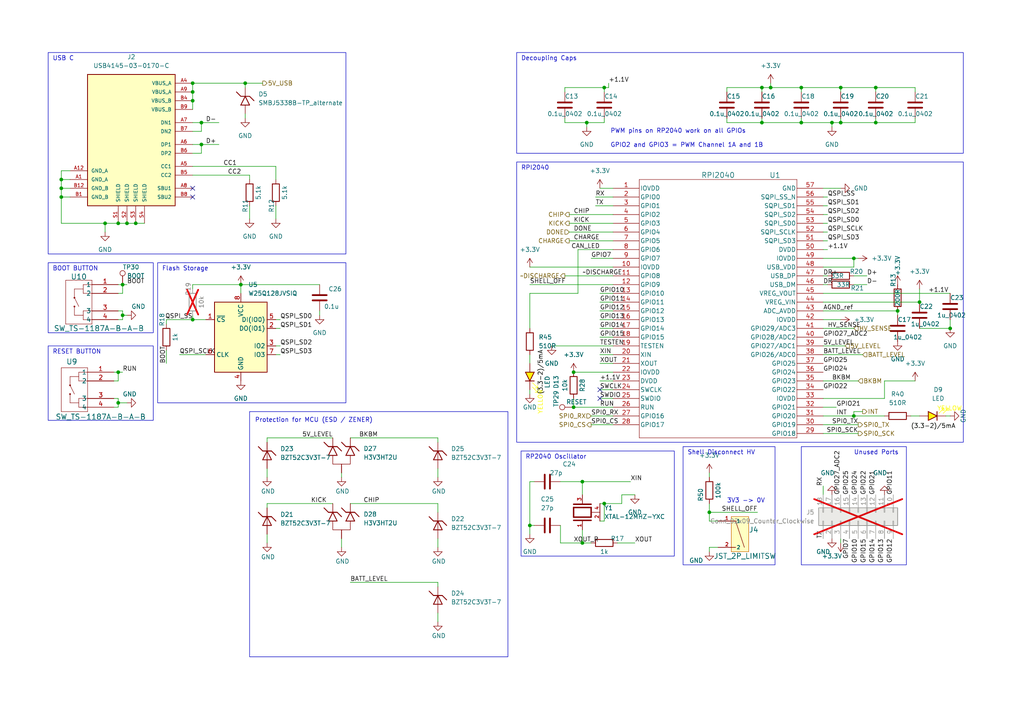
<source format=kicad_sch>
(kicad_sch (version 20250114) (generator "eeschema") (generator_version "9.0")
  (paper "A4")
  (rectangle (start 149.86 46.99) (end 279.4 128.27))
  (rectangle (start 151.13 130.81) (end 195.58 161.29))
  (rectangle (start 13.97 15.24) (end 100.33 73.66))
  (rectangle (start 45.72 76.2) (end 100.33 116.84))
  (rectangle (start 232.41 129.54) (end 262.89 163.83))
  (rectangle (start 198.12 129.54) (end 224.79 163.83))
  (rectangle (start 149.86 15.24) (end 279.4 44.45))
  (rectangle (start 72.39 119.38) (end 147.32 190.5))
  (rectangle (start 13.97 76.2) (end 44.45 96.52))
  (rectangle (start 13.97 100.33) (end 44.45 121.92))
  (text "Unused Ports\n" (at 247.65 132.08 0) (effects (font (size 1.27 1.27)) (justify left bottom)))
  (text "YELLOW" (at 271.78 119.38 0) (effects (font (size 1.27 1.27)) (justify left bottom)))
  (text "BOOT BUTTON\n" (at 15.24 78.74 0) (effects (font (size 1.27 1.27)) (justify left bottom)))
  (text "USB C" (at 15.24 17.78 0) (effects (font (size 1.27 1.27)) (justify left bottom)))
  (text "(3.3-2)/5mA" (at 157.48 101.6 90) (effects (font (size 1.27 1.27)) (justify right bottom)))
  (text "YELLOW" (at 157.48 113.03 90) (effects (font (size 1.27 1.27)) (justify right bottom)))
  (text "Decoupling Caps" (at 151.13 17.78 0) (effects (font (size 1.27 1.27)) (justify left bottom)))
  (text "Flash Storage\n" (at 46.99 78.74 0) (effects (font (size 1.27 1.27)) (justify left bottom)))
  (text "RP2040 Oscillator\n" (at 152.4 133.35 0) (effects (font (size 1.27 1.27)) (justify left bottom)))
  (text "RPI2040" (at 151.13 49.53 0) (effects (font (size 1.27 1.27)) (justify left bottom)))
  (text "PWM pins on RP2040 work on all GPIOs\n\nGPIO2 and GPIO3 = PWM Channel 1A and 1B\n" (at 177.038 42.926 0) (effects (font (size 1.27 1.27)) (justify left bottom)))
  (text "Shell Disconnect HV" (at 199.39 132.08 0) (effects (font (size 1.27 1.27)) (justify left bottom)))
  (text "3V3 -> 0V" (at 210.82 146.05 0) (effects (font (size 1.27 1.27)) (justify left bottom)))
  (text "RESET BUTTON\n" (at 15.24 102.87 0) (effects (font (size 1.27 1.27)) (justify left bottom)))
  (text "Protection for MCU (ESD / ZENER)" (at 73.914 122.682 0) (effects (font (size 1.27 1.27)) (justify left bottom)))
  (text "(3.3-2)/5mA" (at 264.16 124.46 0) (effects (font (size 1.27 1.27)) (justify left bottom)))
  (junction (at 30.48 64.77))
  (junction (at 58.42 41.91))
  (junction (at 260.35 90.17))
  (junction (at 232.41 35.56))
  (junction (at 266.7 87.63))
  (junction (at 55.88 24.13))
  (junction (at 69.85 82.55))
  (junction (at 35.56 91.44))
  (junction (at 55.88 92.71))
  (junction (at 275.59 95.25))
  (junction (at 254 25.4))
  (junction (at 243.84 35.56))
  (junction (at 205.74 148.59))
  (junction (at 55.88 29.21))
  (junction (at 168.91 139.7))
  (junction (at 247.65 120.65))
  (junction (at 170.18 35.56))
  (junction (at 34.29 107.95))
  (junction (at 166.37 107.95))
  (junction (at 17.78 54.61))
  (junction (at 17.78 57.15))
  (junction (at 36.83 64.77))
  (junction (at 241.3 35.56))
  (junction (at 247.65 74.93))
  (junction (at 39.37 64.77))
  (junction (at 232.41 25.4))
  (junction (at 55.88 26.67))
  (junction (at 153.67 152.4))
  (junction (at 168.91 157.48))
  (junction (at 17.78 52.07))
  (junction (at 243.84 25.4))
  (junction (at 223.52 25.4))
  (junction (at 34.29 64.77))
  (junction (at 220.98 25.4))
  (junction (at 58.42 35.56))
  (junction (at 175.26 25.4))
  (junction (at 34.29 116.84))
  (junction (at 254 35.56))
  (junction (at 35.56 82.55))
  (junction (at 175.26 146.05))
  (junction (at 220.98 35.56))
  (junction (at 166.37 118.11))
  (junction (at 71.12 24.13))
  (no_connect (at 173.99 113.03))
  (no_connect (at 55.88 54.61))
  (no_connect (at 173.99 115.57))
  (no_connect (at 55.88 57.15))
  (wire (pts (xy 166.37 118.11) (xy 177.8 118.11)))
  (wire (pts (xy 256.54 110.49) (xy 256.54 115.57)))
  (wire (pts (xy 238.76 120.65) (xy 247.65 120.65)))
  (wire (pts (xy 35.56 82.55) (xy 36.83 82.55)))
  (wire (pts (xy 34.29 64.77) (xy 36.83 64.77)))
  (wire (pts (xy 176.53 24.13) (xy 176.53 25.4)))
  (wire (pts (xy 172.72 59.69) (xy 177.8 59.69)))
  (wire (pts (xy 163.83 25.4) (xy 163.83 26.67)))
  (wire (pts (xy 205.74 160.02) (xy 205.74 158.75)))
  (wire (pts (xy 266.7 95.25) (xy 275.59 95.25)))
  (wire (pts (xy 238.76 102.87) (xy 250.19 102.87)))
  (wire (pts (xy 71.12 33.02) (xy 71.12 34.29)))
  (wire (pts (xy 220.98 25.4) (xy 210.82 25.4)))
  (wire (pts (xy 58.42 38.1) (xy 58.42 35.56)))
  (wire (pts (xy 238.76 72.39) (xy 240.03 72.39)))
  (wire (pts (xy 168.91 153.67) (xy 168.91 157.48)))
  (wire (pts (xy 35.56 85.09) (xy 35.56 82.55)))
  (wire (pts (xy 260.35 90.17) (xy 260.35 91.44)))
  (wire (pts (xy 55.88 92.71) (xy 55.88 91.44)))
  (wire (pts (xy 232.41 35.56) (xy 241.3 35.56)))
  (wire (pts (xy 247.65 77.47) (xy 247.65 74.93)))
  (wire (pts (xy 167.64 72.39) (xy 177.8 72.39)))
  (wire (pts (xy 55.88 35.56) (xy 58.42 35.56)))
  (wire (pts (xy 220.98 25.4) (xy 220.98 26.67)))
  (wire (pts (xy 20.32 52.07) (xy 17.78 52.07)))
  (wire (pts (xy 172.72 57.15) (xy 177.8 57.15)))
  (wire (pts (xy 243.84 157.48) (xy 243.84 156.21)))
  (wire (pts (xy 162.56 157.48) (xy 162.56 152.4)))
  (wire (pts (xy 101.6 168.91) (xy 127 168.91)))
  (wire (pts (xy 127 148.59) (xy 127 146.05)))
  (wire (pts (xy 99.06 158.75) (xy 99.06 156.21)))
  (wire (pts (xy 173.99 110.49) (xy 177.8 110.49)))
  (wire (pts (xy 48.26 92.71) (xy 55.88 92.71)))
  (wire (pts (xy 223.52 25.4) (xy 220.98 25.4)))
  (wire (pts (xy 153.67 82.55) (xy 177.8 82.55)))
  (wire (pts (xy 184.15 143.51) (xy 180.34 143.51)))
  (wire (pts (xy 232.41 26.67) (xy 232.41 25.4)))
  (wire (pts (xy 153.67 85.09) (xy 153.67 95.25)))
  (wire (pts (xy 35.56 91.44) (xy 35.56 90.17)))
  (wire (pts (xy 55.88 24.13) (xy 55.88 26.67)))
  (wire (pts (xy 175.26 146.05) (xy 175.26 151.13)))
  (wire (pts (xy 177.8 69.85) (xy 165.1 69.85)))
  (wire (pts (xy 20.32 49.53) (xy 17.78 49.53)))
  (wire (pts (xy 265.43 26.67) (xy 265.43 25.4)))
  (wire (pts (xy 30.48 64.77) (xy 30.48 67.31)))
  (wire (pts (xy 243.84 25.4) (xy 243.84 26.67)))
  (wire (pts (xy 238.76 59.69) (xy 240.03 59.69)))
  (wire (pts (xy 173.99 115.57) (xy 177.8 115.57)))
  (wire (pts (xy 99.06 138.43) (xy 99.06 137.16)))
  (wire (pts (xy 17.78 64.77) (xy 17.78 57.15)))
  (wire (pts (xy 171.45 120.65) (xy 177.8 120.65)))
  (wire (pts (xy 254 34.29) (xy 254 35.56)))
  (wire (pts (xy 168.91 157.48) (xy 171.45 157.48)))
  (wire (pts (xy 241.3 35.56) (xy 241.3 36.83)))
  (wire (pts (xy 163.83 25.4) (xy 175.26 25.4)))
  (wire (pts (xy 127 170.18) (xy 127 168.91)))
  (wire (pts (xy 177.8 67.31) (xy 165.1 67.31)))
  (wire (pts (xy 205.74 148.59) (xy 219.71 148.59)))
  (wire (pts (xy 180.34 143.51) (xy 180.34 146.05)))
  (wire (pts (xy 210.82 35.56) (xy 210.82 34.29)))
  (wire (pts (xy 33.02 107.95) (xy 34.29 107.95)))
  (wire (pts (xy 34.29 92.71) (xy 35.56 92.71)))
  (wire (pts (xy 20.32 54.61) (xy 17.78 54.61)))
  (wire (pts (xy 55.88 48.26) (xy 80.01 48.26)))
  (wire (pts (xy 20.32 57.15) (xy 17.78 57.15)))
  (wire (pts (xy 163.83 35.56) (xy 163.83 34.29)))
  (wire (pts (xy 34.29 116.84) (xy 34.29 115.57)))
  (wire (pts (xy 77.47 154.94) (xy 77.47 157.48)))
  (wire (pts (xy 153.67 113.03) (xy 153.67 114.3)))
  (wire (pts (xy 247.65 82.55) (xy 251.46 82.55)))
  (wire (pts (xy 170.18 35.56) (xy 163.83 35.56)))
  (wire (pts (xy 17.78 64.77) (xy 30.48 64.77)))
  (wire (pts (xy 173.99 113.03) (xy 177.8 113.03)))
  (wire (pts (xy 173.99 102.87) (xy 177.8 102.87)))
  (wire (pts (xy 80.01 100.33) (xy 81.28 100.33)))
  (wire (pts (xy 80.01 92.71) (xy 81.28 92.71)))
  (wire (pts (xy 175.26 34.29) (xy 175.26 35.56)))
  (wire (pts (xy 34.29 118.11) (xy 34.29 116.84)))
  (wire (pts (xy 173.99 105.41) (xy 177.8 105.41)))
  (wire (pts (xy 265.43 35.56) (xy 254 35.56)))
  (wire (pts (xy 232.41 34.29) (xy 232.41 35.56)))
  (wire (pts (xy 223.52 25.4) (xy 232.41 25.4)))
  (wire (pts (xy 238.76 92.71) (xy 243.84 92.71)))
  (wire (pts (xy 71.12 24.13) (xy 76.2 24.13)))
  (wire (pts (xy 274.32 120.65) (xy 275.59 120.65)))
  (wire (pts (xy 264.16 120.65) (xy 266.7 120.65)))
  (wire (pts (xy 69.85 82.55) (xy 69.85 85.09)))
  (wire (pts (xy 34.29 107.95) (xy 35.56 107.95)))
  (wire (pts (xy 247.65 80.01) (xy 251.46 80.01)))
  (wire (pts (xy 58.42 35.56) (xy 63.5 35.56)))
  (wire (pts (xy 36.83 91.44) (xy 35.56 91.44)))
  (wire (pts (xy 35.56 92.71) (xy 35.56 91.44)))
  (wire (pts (xy 34.29 110.49) (xy 34.29 107.95)))
  (wire (pts (xy 127 177.8) (xy 127 180.34)))
  (wire (pts (xy 247.65 119.38) (xy 247.65 120.65)))
  (wire (pts (xy 153.67 139.7) (xy 154.94 139.7)))
  (wire (pts (xy 254 26.67) (xy 254 25.4)))
  (wire (pts (xy 101.6 146.05) (xy 127 146.05)))
  (wire (pts (xy 238.76 69.85) (xy 240.03 69.85)))
  (wire (pts (xy 247.65 120.65) (xy 256.54 120.65)))
  (wire (pts (xy 34.29 90.17) (xy 35.56 90.17)))
  (wire (pts (xy 175.26 35.56) (xy 170.18 35.56)))
  (wire (pts (xy 39.37 64.77) (xy 41.91 64.77)))
  (wire (pts (xy 55.88 24.13) (xy 71.12 24.13)))
  (wire (pts (xy 80.01 102.87) (xy 81.28 102.87)))
  (wire (pts (xy 36.83 64.77) (xy 39.37 64.77)))
  (wire (pts (xy 77.47 135.89) (xy 77.47 138.43)))
  (wire (pts (xy 55.88 44.45) (xy 58.42 44.45)))
  (wire (pts (xy 55.88 50.8) (xy 72.39 50.8)))
  (wire (pts (xy 80.01 59.69) (xy 80.01 63.5)))
  (wire (pts (xy 243.84 54.61) (xy 238.76 54.61)))
  (wire (pts (xy 238.76 100.33) (xy 245.11 100.33)))
  (wire (pts (xy 171.45 74.93) (xy 177.8 74.93)))
  (wire (pts (xy 170.18 35.56) (xy 170.18 36.83)))
  (wire (pts (xy 173.99 90.17) (xy 177.8 90.17)))
  (wire (pts (xy 171.45 123.19) (xy 177.8 123.19)))
  (wire (pts (xy 168.91 139.7) (xy 182.88 139.7)))
  (wire (pts (xy 223.52 24.13) (xy 223.52 25.4)))
  (wire (pts (xy 238.76 85.09) (xy 275.59 85.09)))
  (wire (pts (xy 92.71 90.17) (xy 92.71 91.44)))
  (wire (pts (xy 162.56 157.48) (xy 168.91 157.48)))
  (wire (pts (xy 58.42 41.91) (xy 63.5 41.91)))
  (wire (pts (xy 30.48 64.77) (xy 34.29 64.77)))
  (wire (pts (xy 33.02 115.57) (xy 34.29 115.57)))
  (wire (pts (xy 238.76 82.55) (xy 240.03 82.55)))
  (wire (pts (xy 238.76 90.17) (xy 260.35 90.17)))
  (wire (pts (xy 167.64 85.09) (xy 167.64 72.39)))
  (wire (pts (xy 238.76 118.11) (xy 242.57 118.11)))
  (wire (pts (xy 55.88 82.55) (xy 69.85 82.55)))
  (wire (pts (xy 55.88 92.71) (xy 59.69 92.71)))
  (wire (pts (xy 166.37 107.95) (xy 177.8 107.95)))
  (wire (pts (xy 179.07 157.48) (xy 184.15 157.48)))
  (wire (pts (xy 72.39 59.69) (xy 72.39 63.5)))
  (wire (pts (xy 173.99 95.25) (xy 177.8 95.25)))
  (wire (pts (xy 165.1 64.77) (xy 177.8 64.77)))
  (wire (pts (xy 238.76 62.23) (xy 240.03 62.23)))
  (wire (pts (xy 238.76 95.25) (xy 247.65 95.25)))
  (wire (pts (xy 33.02 110.49) (xy 34.29 110.49)))
  (wire (pts (xy 77.47 127) (xy 96.52 127)))
  (wire (pts (xy 55.88 41.91) (xy 58.42 41.91)))
  (wire (pts (xy 238.76 143.51) (xy 238.76 140.97)))
  (wire (pts (xy 220.98 35.56) (xy 232.41 35.56)))
  (wire (pts (xy 153.67 102.87) (xy 153.67 105.41)))
  (wire (pts (xy 69.85 82.55) (xy 92.71 82.55)))
  (wire (pts (xy 153.67 152.4) (xy 153.67 139.7)))
  (wire (pts (xy 55.88 83.82) (xy 55.88 82.55)))
  (wire (pts (xy 265.43 110.49) (xy 256.54 110.49)))
  (wire (pts (xy 127 128.27) (xy 127 127)))
  (wire (pts (xy 250.19 119.38) (xy 247.65 119.38)))
  (wire (pts (xy 238.76 57.15) (xy 240.03 57.15)))
  (wire (pts (xy 205.74 137.16) (xy 205.74 138.43)))
  (wire (pts (xy 80.01 95.25) (xy 81.28 95.25)))
  (wire (pts (xy 208.28 151.13) (xy 205.74 151.13)))
  (wire (pts (xy 173.99 54.61) (xy 177.8 54.61)))
  (wire (pts (xy 205.74 146.05) (xy 205.74 148.59)))
  (wire (pts (xy 153.67 77.47) (xy 177.8 77.47)))
  (wire (pts (xy 220.98 34.29) (xy 220.98 35.56)))
  (wire (pts (xy 80.01 52.07) (xy 80.01 48.26)))
  (wire (pts (xy 243.84 25.4) (xy 254 25.4)))
  (wire (pts (xy 71.12 24.13) (xy 71.12 25.4)))
  (wire (pts (xy 173.99 85.09) (xy 177.8 85.09)))
  (wire (pts (xy 101.6 127) (xy 127 127)))
  (wire (pts (xy 180.34 146.05) (xy 175.26 146.05)))
  (wire (pts (xy 265.43 34.29) (xy 265.43 35.56)))
  (wire (pts (xy 175.26 25.4) (xy 175.26 26.67)))
  (wire (pts (xy 254 35.56) (xy 243.84 35.56)))
  (wire (pts (xy 77.47 128.27) (xy 77.47 127)))
  (wire (pts (xy 173.99 97.79) (xy 177.8 97.79)))
  (wire (pts (xy 238.76 67.31) (xy 240.03 67.31)))
  (wire (pts (xy 162.56 139.7) (xy 168.91 139.7)))
  (wire (pts (xy 163.83 80.01) (xy 177.8 80.01)))
  (wire (pts (xy 248.92 74.93) (xy 247.65 74.93)))
  (wire (pts (xy 275.59 92.71) (xy 275.59 95.25)))
  (wire (pts (xy 48.26 101.6) (xy 48.26 105.41)))
  (wire (pts (xy 153.67 152.4) (xy 154.94 152.4)))
  (wire (pts (xy 177.8 62.23) (xy 165.1 62.23)))
  (wire (pts (xy 55.88 38.1) (xy 58.42 38.1)))
  (wire (pts (xy 243.84 34.29) (xy 243.84 35.56)))
  (wire (pts (xy 166.37 115.57) (xy 166.37 118.11)))
  (wire (pts (xy 205.74 148.59) (xy 205.74 151.13)))
  (wire (pts (xy 58.42 44.45) (xy 58.42 41.91)))
  (wire (pts (xy 238.76 77.47) (xy 247.65 77.47)))
  (wire (pts (xy 176.53 25.4) (xy 175.26 25.4)))
  (wire (pts (xy 160.02 100.33) (xy 177.8 100.33)))
  (wire (pts (xy 173.99 87.63) (xy 177.8 87.63)))
  (wire (pts (xy 153.67 154.94) (xy 153.67 152.4)))
  (wire (pts (xy 173.99 146.05) (xy 175.26 146.05)))
  (wire (pts (xy 238.76 110.49) (xy 248.92 110.49)))
  (wire (pts (xy 153.67 85.09) (xy 167.64 85.09)))
  (wire (pts (xy 238.76 74.93) (xy 247.65 74.93)))
  (wire (pts (xy 173.99 92.71) (xy 177.8 92.71)))
  (wire (pts (xy 34.29 82.55) (xy 35.56 82.55)))
  (wire (pts (xy 17.78 54.61) (xy 17.78 57.15)))
  (wire (pts (xy 17.78 49.53) (xy 17.78 52.07)))
  (wire (pts (xy 77.47 147.32) (xy 77.47 146.05)))
  (wire (pts (xy 210.82 25.4) (xy 210.82 26.67)))
  (wire (pts (xy 220.98 35.56) (xy 210.82 35.56)))
  (wire (pts (xy 238.76 87.63) (xy 266.7 87.63)))
  (wire (pts (xy 127 135.89) (xy 127 138.43)))
  (wire (pts (xy 55.88 26.67) (xy 55.88 29.21)))
  (wire (pts (xy 55.88 29.21) (xy 55.88 31.75)))
  (wire (pts (xy 48.26 93.98) (xy 48.26 92.71)))
  (wire (pts (xy 36.83 116.84) (xy 34.29 116.84)))
  (wire (pts (xy 256.54 115.57) (xy 238.76 115.57)))
  (wire (pts (xy 238.76 64.77) (xy 240.03 64.77)))
  (wire (pts (xy 33.02 118.11) (xy 34.29 118.11)))
  (wire (pts (xy 168.91 139.7) (xy 168.91 143.51)))
  (wire (pts (xy 175.26 151.13) (xy 173.99 151.13)))
  (wire (pts (xy 34.29 85.09) (xy 35.56 85.09)))
  (wire (pts (xy 17.78 52.07) (xy 17.78 54.61)))
  (wire (pts (xy 72.39 50.8) (xy 72.39 52.07)))
  (wire (pts (xy 265.43 25.4) (xy 254 25.4)))
  (wire (pts (xy 238.76 125.73) (xy 248.92 125.73)))
  (wire (pts (xy 243.84 35.56) (xy 241.3 35.56)))
  (wire (pts (xy 205.74 158.75) (xy 208.28 158.75)))
  (wire (pts (xy 238.76 80.01) (xy 240.03 80.01)))
  (wire (pts (xy 266.7 83.82) (xy 266.7 87.63)))
  (wire (pts (xy 238.76 123.19) (xy 248.92 123.19)))
  (wire (pts (xy 52.07 102.87) (xy 59.69 102.87)))
  (wire (pts (xy 127 156.21) (xy 127 158.75)))
  (wire (pts (xy 232.41 25.4) (xy 243.84 25.4)))
  (wire (pts (xy 77.47 146.05) (xy 96.52 146.05)))
  (label "SPI0_CS" (at 171.45 123.19 0))
  (label "TESTEN" (at 173.99 100.33 0))
  (label "5V_LEVEL" (at 87.63 127 0))
  (label "+1.1V" (at 240.03 72.39 0))
  (label "+1.1V" (at 176.53 24.13 0))
  (label "KICK" (at 166.37 64.77 0))
  (label "QSPI_SD0" (at 81.28 92.71 0))
  (label "BKBM" (at 104.14 127 0))
  (label "AGND_ref" (at 238.76 90.17 0))
  (label "SWDIO" (at 173.99 115.57 0))
  (label "5V_LEVEL" (at 238.76 100.33 0))
  (label "DR+" (at 238.76 80.01 0))
  (label "GPIO22" (at 251.46 143.51 90))
  (label "DONE" (at 166.37 67.31 0))
  (label "QSPI_SD3" (at 240.03 69.85 0))
  (label "RUN" (at 173.99 118.11 0))
  (label "GPIO21" (at 254 143.51 90))
  (label "RX" (at 238.76 140.97 90))
  (label "GPIO11" (at 259.08 143.51 90))
  (label "BOOT" (at 36.83 82.55 0))
  (label "BOOT" (at 48.26 105.41 90))
  (label "GPIO12" (at 173.99 90.17 0))
  (label "GPIO11" (at 173.99 87.63 0))
  (label "RUN" (at 35.56 107.95 0))
  (label "SHELL_OFF" (at 153.67 82.55 0))
  (label "CHIP" (at 105.41 146.05 0))
  (label "SHELL_OFF" (at 219.71 148.59 180))
  (label "QSPI_SCLK" (at 240.03 67.31 0))
  (label "CHARGE" (at 166.37 69.85 0))
  (label "TX" (at 238.76 156.21 90))
  (label "GPIO13" (at 256.54 156.21 270))
  (label "BATT_LEVEL" (at 238.76 102.87 0))
  (label "GPIO14" (at 173.99 95.25 0))
  (label "GPIO24" (at 238.76 107.95 0))
  (label "+1.1V" (at 269.24 85.09 0))
  (label "XOUT_R" (at 166.37 157.48 0))
  (label "XIN" (at 182.88 139.7 0))
  (label "GPIO25" (at 246.38 143.51 90))
  (label "GPIO24" (at 248.92 143.51 90))
  (label "QSPI_SD2" (at 240.03 62.23 0))
  (label "QSPI_SD3" (at 81.28 102.87 0))
  (label "RX" (at 172.72 57.15 0))
  (label "XOUT" (at 184.15 157.48 0))
  (label "GPIO12" (at 259.08 156.21 270))
  (label "GPIO27_ADC2" (at 238.76 97.79 0))
  (label "SPI0_RX" (at 171.45 120.65 0))
  (label "GPIO10" (at 248.92 156.21 270))
  (label "BATT_LEVEL" (at 101.6 168.91 0))
  (label "GPIO27_ADC2" (at 243.84 143.51 90))
  (label "GPIO21" (at 242.57 118.11 0))
  (label "GPIO15" (at 251.46 156.21 270))
  (label "D-" (at 251.46 82.55 0))
  (label "D+" (at 59.69 41.91 0))
  (label "GPIO7" (at 171.45 74.93 0))
  (label "QSPI_SD2" (at 81.28 100.33 0))
  (label "GPIO15" (at 173.99 97.79 0))
  (label "CAN_LED" (at 173.99 72.39 180))
  (label "SWCLK" (at 173.99 113.03 0))
  (label "QSPI_SCLK" (at 52.07 102.87 0))
  (label "D+" (at 251.46 80.01 0))
  (label "XIN" (at 173.99 102.87 0))
  (label "GPIO13" (at 173.99 92.71 0))
  (label "GPIO10" (at 173.99 85.09 0))
  (label "BKBM" (at 241.3 110.49 0))
  (label "XOUT" (at 173.99 105.41 0))
  (label "GPIO22" (at 238.76 113.03 0))
  (label "GPIO25" (at 238.76 105.41 0))
  (label "QSPI_SS" (at 55.88 92.71 180))
  (label "INT" (at 242.57 120.65 0))
  (label "~DISCHARGE" (at 168.91 80.01 0))
  (label "TX" (at 172.72 59.69 0))
  (label "CHIP" (at 166.37 62.23 0))
  (label "CC1" (at 64.77 48.26 0))
  (label "D-" (at 59.69 35.56 0))
  (label "KICK" (at 90.17 146.05 0))
  (label "CC2" (at 66.04 50.8 0))
  (label "QSPI_SD1" (at 81.28 95.25 0))
  (label "HV_SENSE" (at 240.03 95.25 0))
  (label "DR-" (at 238.76 82.55 0))
  (label "+1.1V" (at 173.99 110.49 0))
  (label "QSPI_SD0" (at 240.03 64.77 0))
  (label "GPIO14" (at 254 156.21 270))
  (label "SPI0_SCK" (at 248.92 125.73 180))
  (label "GPIO7" (at 246.38 156.21 270))
  (label "QSPI_SD1" (at 240.03 59.69 0))
  (label "QSPI_SS" (at 240.03 57.15 0))
  (label "SPI0_TX" (at 248.92 123.19 180))
  (hierarchical_label "HV_SENSE" (shape input) (at 247.65 95.25 0))
  (hierarchical_label "CHARGE" (shape output) (at 165.1 69.85 180))
  (hierarchical_label "CHIP" (shape output) (at 165.1 62.23 180))
  (hierarchical_label "INT" (shape output) (at 250.19 119.38 0))
  (hierarchical_label "~DISCHARGE" (shape output) (at 163.83 80.01 180))
  (hierarchical_label "5V_USB" (shape output) (at 76.2 24.13 0))
  (hierarchical_label "5V_LEVEL" (shape input) (at 245.11 100.33 0))
  (hierarchical_label "SPI0_TX" (shape output) (at 248.92 123.19 0))
  (hierarchical_label "BKBM" (shape input) (at 248.92 110.49 0))
  (hierarchical_label "SPI0_CS" (shape output) (at 171.45 123.19 180))
  (hierarchical_label "SPI0_SCK" (shape output) (at 248.92 125.73 0))
  (hierarchical_label "DONE" (shape input) (at 165.1 67.31 180))
  (hierarchical_label "BATT_LEVEL" (shape input) (at 250.19 102.87 0))
  (hierarchical_label "KICK" (shape output) (at 165.1 64.77 180))
  (hierarchical_label "SPI0_RX" (shape input) (at 171.45 120.65 180))
  (symbol (lib_id "power:GND") (at 36.83 91.44 90) (unit 1)
    (property "Reference" "#PWR052" (effects (hide yes)))
    (property "Value" "GND" (at 38.1 88.9 90) (effects (justify right)))
  )
  (symbol (lib_name "R_100k_3") (lib_id "bots:R_100k") (at 205.74 142.24 0) (unit 1)
    (property "Reference" "R50" (at 203.2 143.51 90))
    (property "Value" "100k" (at 208.28 142.24 90))
    (property "Footprint" "bots:R_0603_1608Metric" (effects (hide yes)))
    (property "MPN" "0603WAF1003T5E" (effects (hide yes)))
    (property "Manufacturer" "UNI-ROYAL(Uniroyal Elec)" (effects (hide yes)))
    (property "Price" "0.0009" (effects (hide yes)))
    (property "JLC" "0603" (effects (hide yes)))
    (property "LCSC" "C25803" (effects (hide yes)))
    (property "JLC Extended" "no" (effects (hide yes)))
  )
  (symbol (lib_id "power:+3.3V") (at 223.52 24.13 0) (unit 1)
    (property "Reference" "#PWR031" (effects (hide yes)))
    (property "Value" "+3.3V" (at 223.52 19.05 0))
  )
  (symbol (lib_id "power:GND") (at 275.59 120.65 90) (unit 1)
    (property "Reference" "#PWR064" (effects (hide yes)))
    (property "Value" "GND" (at 279.4 120.65 0))
  )
  (symbol (lib_id "bots:D_ZENER_BZT52C3V3T-7_alternate") (at 127 152.4 270) (unit 1)
    (property "Reference" "D22" (at 130.81 150.4949 90) (effects (justify left)))
    (property "Value" "BZT52C3V3T-7" (at 130.81 153.0349 90) (effects (justify left)))
    (property "Footprint" "bots:D_SOD-523" (effects (hide yes)))
    (property "Description" "Zener diode" (effects (hide yes)))
    (property "MPN" "BZX584C3V3" (effects (hide yes)))
    (property "Manufacturer" "hongjiacheng" (effects (hide yes)))
    (property "Price" "0.0242" (effects (hide yes)))
    (property "JLC" "SOD-523" (effects (hide yes)))
    (property "LCSC" "C19077462" (effects (hide yes)))
    (property "JLC Extended" "no" (effects (hide yes)))
  )
  (symbol (lib_id "power:+3.3V") (at 260.35 82.55 0) (mirror y) (unit 1)
    (property "Reference" "#PWR029" (effects (hide yes)))
    (property "Value" "+3.3V" (at 260.35 80.01 90) (effects (justify left)))
  )
  (symbol (lib_id "power:GND") (at 77.47 138.43 0) (unit 1)
    (property "Reference" "#PWR0111" (effects (hide yes)))
    (property "Value" "GND" (at 77.724 142.494 0))
  )
  (symbol (lib_id "power:+3.3V") (at 205.74 137.16 0) (mirror y) (unit 1)
    (property "Reference" "#PWR081" (effects (hide yes)))
    (property "Value" "+3.3V" (at 205.74 132.08 0))
  )
  (symbol (lib_id "power:GND") (at 99.06 158.75 0) (unit 1)
    (property "Reference" "#PWR069" (effects (hide yes)))
    (property "Value" "GND" (at 99.314 162.814 0))
  )
  (symbol (lib_id "power:GND") (at 30.48 67.31 0) (unit 1)
    (property "Reference" "#PWR022" (effects (hide yes)))
    (property "Value" "GND" (at 30.48 72.39 0))
  )
  (symbol (lib_id "bots:D_TVS_ESD") (at 99.06 130.81 270) (unit 1)
    (property "Reference" "D27" (at 105.41 130.1114 90) (effects (justify left)))
    (property "Value" "H3V3HT2U" (at 105.41 132.6514 90) (effects (justify left)))
    (property "Footprint" "bots:SOT-23" (effects (hide yes)))
    (property "Description" "Zener diode ESD" (effects (hide yes)))
    (property "MPN" "H3V3HT2U" (effects (hide yes)))
    (property "Manufacturer" "hongjiacheng" (effects (hide yes)))
    (property "Price" "0.0379" (effects (hide yes)))
    (property "JLC" "SOT-23" (effects (hide yes)))
    (property "LCSC" "C20617924 " (effects (hide yes)))
    (property "extended" "no" (effects (hide yes)))
  )
  (symbol (lib_id "thebots_symlib:C_0.1u_0402") (at 254 30.48 0) (unit 1)
    (property "Reference" "C20" (at 254 27.94 0) (effects (justify left)))
    (property "Value" "0.1u_0402" (at 248.92 33.02 0) (effects (justify left)))
    (property "Footprint" "bots:C_0402_1005Metric" (effects (hide yes)))
    (property "Description" "Unpolarized capacitor" (effects (hide yes)))
    (property "JLC" "0402" (effects (hide yes)))
    (property "LCSC" "C307331" (effects (hide yes)))
    (property "MPN" "CL05B104KB54PNC" (effects (hide yes)))
  )
  (symbol (lib_id "power:GND") (at 275.59 95.25 0) (unit 1)
    (property "Reference" "#PWR038" (effects (hide yes)))
    (property "Value" "GND" (at 275.59 100.33 0))
  )
  (symbol (lib_id "bots:JST_TO_LIMITSW") (at 213.36 154.94 0) (unit 1)
    (property "Reference" "J4" (at 217.17 153.67 0) (effects (font (size 1.524 1.524)) (justify left)))
    (property "Value" "JST_2P_LIMITSW" (at 207.01 161.29 0) (effects (font (size 1.524 1.524)) (justify left)))
    (property "Footprint" "bots:JST_B2B-XH-A_LF__SN_" (effects (hide yes)))
  )
  (symbol (lib_id "bots:D_ZENER_BZT52C3V3T-7_alternate") (at 77.47 151.13 270) (unit 1)
    (property "Reference" "D21" (at 81.28 149.2249 90) (effects (justify left)))
    (property "Value" "BZT52C3V3T-7" (at 81.28 151.7649 90) (effects (justify left)))
    (property "Footprint" "bots:D_SOD-523" (effects (hide yes)))
    (property "Description" "Zener diode" (effects (hide yes)))
    (property "MPN" "BZX584C3V3" (effects (hide yes)))
    (property "Manufacturer" "hongjiacheng" (effects (hide yes)))
    (property "Price" "0.0242" (effects (hide yes)))
    (property "JLC" "SOD-523" (effects (hide yes)))
    (property "LCSC" "C19077462" (effects (hide yes)))
    (property "JLC Extended" "no" (effects (hide yes)))
  )
  (symbol (lib_id "power:GND") (at 160.02 100.33 0) (unit 1)
    (property "Reference" "#PWR049" (effects (hide yes)))
    (property "Value" "GND" (at 160.02 105.41 0))
  )
  (symbol (lib_id "bots:C_0.1u") (at 92.71 86.36 0) (unit 1)
    (property "Reference" "C26" (at 95.25 83.82 0) (effects (justify left)))
    (property "Value" "0.1u" (at 93.98 88.9 0) (effects (justify left)))
    (property "Footprint" "bots:C_0603_1608Metric" (effects (hide yes)))
    (property "MPN" "CC0603KRX7R9BB104" (effects (hide yes)))
    (property "Manufacturer" "YAGEO" (effects (hide yes)))
    (property "Price" "0.0021" (effects (hide yes)))
    (property "JLC" "0603" (effects (hide yes)))
    (property "LCSC" "C14663" (effects (hide yes)))
    (property "JLC Extended" "no" (effects (hide yes)))
  )
  (symbol (lib_id "bots:USB4145-03-0170-C") (at 38.1 46.99 0) (unit 1)
    (property "Reference" "J2" (at 38.1 16.51 0))
    (property "Value" "USB4145-03-0170-C" (at 38.1 19.05 0))
    (property "Footprint" "bots:GCT_USB4145-03-0170-C_REVA2" (effects (hide yes)))
    (property "Description" "USB-C (USB TYPE-C) USB 2.0 Receptacle Connector 24 (16+8 Dummy) Position Surface Mount, Through Hole" (effects (hide yes)))
    (property "MF" "Global Connector Technology" (effects (hide yes)))
    (property "MAXIMUM_PACKAGE_HEIGHT" "7.66mm" (effects (hide yes)))
    (property "Price" "1.61" (effects (hide yes)))
    (property "MPN" "USB4145-03-0170-C" (effects (hide yes)))
    (property "Manufacturer" "GCT" (effects (hide yes)))
    (property "JLC" "SMD" (effects (hide yes)))
    (property "LCSC" "C5181332" (effects (hide yes)))
    (property "JLC Extended" "yes" (effects (hide yes)))
  )
  (symbol (lib_id "bots:D_ZENER_SMBJ5338B_alternate") (at 71.12 29.21 270) (unit 1)
    (property "Reference" "D5" (at 74.93 27.3049 90) (effects (justify left)))
    (property "Value" "SMBJ5338B-TP_alternate" (at 74.93 29.8449 90) (effects (justify left)))
    (property "Footprint" "bots:D_SMB" (effects (hide yes)))
    (property "Description" "Zener diode" (effects (hide yes)))
    (property "MPN" "SMBJ5338B" (effects (hide yes)))
    (property "Manufacturer" "hongjiacheng" (effects (hide yes)))
    (property "Price" "0.149" (effects (hide yes)))
    (property "JLC" "SMB" (effects (hide yes)))
    (property "LCSC" "C19077493" (effects (hide yes)))
    (property "JLC Extended" "no" (effects (hide yes)))
  )
  (symbol (lib_id "power:GND") (at 243.84 54.61 90) (unit 1)
    (property "Reference" "#PWR016" (effects (hide yes)))
    (property "Value" "GND" (at 247.65 54.61 90) (effects (justify right)))
  )
  (symbol (lib_id "bots:RPI2040") (at 177.8 54.61 0) (unit 1)
    (property "Reference" "U1" (at 224.79 50.8 0) (effects (font (size 1.524 1.524))))
    (property "Value" "RPI2040" (at 208.28 50.8 0) (effects (font (size 1.524 1.524))))
    (property "Footprint" "bots:QFN56_7X7_RPI" (effects (hide yes)))
    (property "MPN" "RP2040" (effects (hide yes)))
    (property "Manufacturer" "Raspberry Pi" (effects (hide yes)))
    (property "Price" "0.9997" (effects (hide yes)))
    (property "JLC" "LQFN-56(7x7)" (effects (hide yes)))
    (property "LCSC" "C2040" (effects (hide yes)))
    (property "JLC Extended" "yes" (effects (hide yes)))
  )
  (symbol (lib_id "power:GND") (at 127 180.34 0) (unit 1)
    (property "Reference" "#PWR0108" (effects (hide yes)))
    (property "Value" "GND" (at 127.254 184.404 0))
  )
  (symbol (lib_id "thebots_symlib:C_0.1u_0402") (at 175.26 30.48 0) (unit 1)
    (property "Reference" "C14" (at 175.26 27.94 0) (effects (justify left)))
    (property "Value" "0.1u_0402" (at 170.18 33.02 0) (effects (justify left)))
    (property "Footprint" "bots:C_0402_1005Metric" (effects (hide yes)))
    (property "Description" "Unpolarized capacitor" (effects (hide yes)))
    (property "JLC" "0402" (effects (hide yes)))
    (property "LCSC" "C307331" (effects (hide yes)))
    (property "MPN" "CL05B104KB54PNC" (effects (hide yes)))
  )
  (symbol (lib_id "thebots_symlib:R_510R") (at 260.35 120.65 90) (unit 1)
    (property "Reference" "R40" (at 260.35 114.3 90))
    (property "Value" "510R" (at 260.35 116.84 90))
    (property "Footprint" "bots:R_0603_1608Metric" (effects (hide yes)))
    (property "MPN" "0603WAF5100T5E" (effects (hide yes)))
    (property "Manufacturer" "UNI-ROYAL(Uniroyal Elec)" (effects (hide yes)))
    (property "Price" "0.0009" (effects (hide yes)))
    (property "JLC" "0603" (effects (hide yes)))
    (property "LCSC" "C23193" (effects (hide yes)))
    (property "JLC Extended" "no" (effects (hide yes)))
  )
  (symbol (lib_id "power:GND") (at 69.85 110.49 0) (unit 1)
    (property "Reference" "#PWR042" (effects (hide yes)))
    (property "Value" "GND" (at 69.85 115.57 0))
  )
  (symbol (lib_id "thebots_symlib:C_1u_0402") (at 260.35 95.25 0) (unit 1)
    (property "Reference" "C17" (at 260.35 92.71 0) (effects (justify left)))
    (property "Value" "1u_0402" (at 259.08 97.79 0) (effects (justify left)))
    (property "Footprint" "bots:C_0402_1005Metric" (effects (hide yes)))
    (property "Description" "Unpolarized capacitor" (effects (hide yes)))
    (property "MPN" "CL05A105KA5NQNC" (effects (hide yes)))
    (property "Manufacturer" "Samsung Electro-Mechanics" (effects (hide yes)))
    (property "Price" "0.0046" (effects (hide yes)))
    (property "JLC" "0402" (effects (hide yes)))
    (property "LCSC" "C52923" (effects (hide yes)))
    (property "JLC Extended" "no" (effects (hide yes)))
  )
  (symbol (lib_id "bots:SW_TS-1187A-B-A-B") (at 22.86 87.63 0) (unit 1)
    (property "Reference" "U10" (at 22.86 80.264 0) (effects (font (size 1.524 1.524))))
    (property "Value" "SW_TS-1187A-B-A-B" (at 28.702 95.25 0) (effects (font (size 1.524 1.524))))
    (property "Footprint" "bots:SW_TS-1187A-B-A-B" (effects (hide yes)))
    (property "MPN" "TS-1187A-B-A-B" (effects (hide yes)))
    (property "Manufacturer" "XKB Connection" (effects (hide yes)))
    (property "Price" "0.0189" (effects (hide yes)))
    (property "JLC" "SMD" (effects (hide yes)))
    (property "LCSC" "C318884" (effects (hide yes)))
    (property "JLC Extended" "no" (effects (hide yes)))
  )
  (symbol (lib_id "power:GND") (at 241.3 143.51 180) (unit 1)
    (property "Reference" "#PWR080" (effects (hide yes)))
    (property "Value" "GND" (at 240.03 137.16 0))
  )
  (symbol (lib_id "power:+3.3V") (at 69.85 82.55 0) (mirror y) (unit 1)
    (property "Reference" "#PWR040" (effects (hide yes)))
    (property "Value" "+3.3V" (at 69.85 77.47 0))
  )
  (symbol (lib_id "thebots_symlib:C_0.1u_0402") (at 210.82 30.48 0) (unit 1)
    (property "Reference" "C15" (at 210.82 27.94 0) (effects (justify left)))
    (property "Value" "0.1u_0402" (at 205.74 33.02 0) (effects (justify left)))
    (property "Footprint" "bots:C_0402_1005Metric" (effects (hide yes)))
    (property "Description" "Unpolarized capacitor" (effects (hide yes)))
    (property "JLC" "0402" (effects (hide yes)))
    (property "LCSC" "C307331" (effects (hide yes)))
    (property "MPN" "CL05B104KB54PNC" (effects (hide yes)))
  )
  (symbol (lib_id "bots:C_27p") (at 158.75 152.4 90) (unit 1)
    (property "Reference" "C25" (at 158.75 144.78 90))
    (property "Value" "27p" (at 158.75 147.32 90))
    (property "Footprint" "bots:C_0603_1608Metric" (effects (hide yes)))
    (property "MPN" "CC0603JRNPO9BN270" (effects (hide yes)))
    (property "Manufacturer" "YAGEO" (effects (hide yes)))
    (property "Price" "0.0027" (effects (hide yes)))
    (property "JLC" "0603" (effects (hide yes)))
    (property "LCSC" "C107045" (effects (hide yes)))
    (property "JLC Extended" "no" (effects (hide yes)))
  )
  (symbol (lib_id "bots:C_27p") (at 158.75 139.7 90) (unit 1)
    (property "Reference" "C24" (at 165.1 134.62 90))
    (property "Value" "27p" (at 161.29 137.16 90))
    (property "Footprint" "bots:C_0603_1608Metric" (effects (hide yes)))
    (property "MPN" "CC0603JRNPO9BN270" (effects (hide yes)))
    (property "Manufacturer" "YAGEO" (effects (hide yes)))
    (property "Price" "0.0027" (effects (hide yes)))
    (property "JLC" "0603" (effects (hide yes)))
    (property "LCSC" "C107045" (effects (hide yes)))
    (property "JLC Extended" "no" (effects (hide yes)))
  )
  (symbol (lib_id "power:GND") (at 36.83 116.84 90) (unit 1)
    (property "Reference" "#PWR051" (effects (hide yes)))
    (property "Value" "GND" (at 35.56 114.3 90) (effects (justify right)))
  )
  (symbol (lib_id "thebots_symlib:C_0.1u_0402") (at 265.43 30.48 0) (unit 1)
    (property "Reference" "C21" (at 265.43 27.94 0) (effects (justify left)))
    (property "Value" "0.1u_0402" (at 260.35 33.02 0) (effects (justify left)))
    (property "Footprint" "bots:C_0402_1005Metric" (effects (hide yes)))
    (property "Description" "Unpolarized capacitor" (effects (hide yes)))
    (property "JLC" "0402" (effects (hide yes)))
    (property "LCSC" "C307331" (effects (hide yes)))
    (property "MPN" "CL05B104KB54PNC" (effects (hide yes)))
  )
  (symbol (lib_id "bots:R_5.1k") (at 80.01 55.88 0) (unit 1)
    (property "Reference" "R12" (at 78.74 59.69 90))
    (property "Value" "5.1k" (at 82.55 55.88 90))
    (property "Footprint" "bots:R_0603_1608Metric" (effects (hide yes)))
    (property "MPN" "0603WAF5101T5E" (effects (hide yes)))
    (property "Manufacturer" "UNI-ROYAL(Uniroyal Elec)" (effects (hide yes)))
    (property "Price" "0.0009" (effects (hide yes)))
    (property "JLC" "0603" (effects (hide yes)))
    (property "LCSC" "C23186" (effects (hide yes)))
    (property "JLC Extended" "no" (effects (hide yes)))
  )
  (symbol (lib_id "bots:TestPoint_1x1") (at 166.37 118.11 90) (unit 1) (in_bom no)
    (property "Reference" "TP29" (at 161.29 118.11 0) (effects (justify left)))
    (property "Value" "RESET" (at 170.18 116.586 90) (effects (justify left)))
    (property "Footprint" "bots:TestPoint_Pad_1.0x1.0mm" (effects (hide yes)))
  )
  (symbol (lib_id "power:+3.3V") (at 173.99 54.61 0) (unit 1)
    (property "Reference" "#PWR013" (effects (hide yes)))
    (property "Value" "+3.3V" (at 173.99 49.53 0))
  )
  (symbol (lib_id "thebots_symlib:C_0.1u_0402") (at 220.98 30.48 0) (unit 1)
    (property "Reference" "C16" (at 220.98 27.94 0) (effects (justify left)))
    (property "Value" "0.1u_0402" (at 215.9 33.02 0) (effects (justify left)))
    (property "Footprint" "bots:C_0402_1005Metric" (effects (hide yes)))
    (property "Description" "Unpolarized capacitor" (effects (hide yes)))
    (property "JLC" "0402" (effects (hide yes)))
    (property "LCSC" "C307331" (effects (hide yes)))
    (property "MPN" "CL05B104KB54PNC" (effects (hide yes)))
  )
  (symbol (lib_id "bots:W25Q128JVSIQ") (at 69.85 97.79 0) (unit 1)
    (property "Reference" "U5" (at 71.9933 82.55 0) (effects (justify left)))
    (property "Value" "W25Q128JVSIQ" (at 71.9933 85.09 0) (effects (justify left)))
    (property "Footprint" "bots:SOIC-8_208mil" (effects (hide yes)))
    (property "Datasheet" "http://www.winbond.com/resource-files/w25q128jv_dtr%20revc%2003272018%20plus.pdf" (effects (hide yes)))
    (property "Description" "FLASH - NOR Memory IC 16Mbit SPI - Quad I/O 133 MHz 8-SOIC" (effects (hide yes)))
    (property "MPN" "W25Q128JVSIQ" (effects (hide yes)))
    (property "Manufacturer" "Winbond Elec" (effects (hide yes)))
    (property "Price" "0.65" (effects (hide yes)))
    (property "JLC" "SOIC-8-208mil " (effects (hide yes)))
    (property "LCSC" "C97521" (effects (hide yes)))
    (property "JLC Extended" "no" (effects (hide yes)))
  )
  (symbol (lib_id "power:+3.3V") (at 153.67 77.47 0) (unit 1)
    (property "Reference" "#PWR014" (effects (hide yes)))
    (property "Value" "+3.3V" (at 153.67 72.39 0))
  )
  (symbol (lib_id "power:GND") (at 71.12 34.29 0) (unit 1)
    (property "Reference" "#PWR070" (effects (hide yes)))
    (property "Value" "GND" (at 71.12 39.37 0))
  )
  (symbol (lib_id "power:GND") (at 184.15 143.51 0) (unit 1)
    (property "Reference" "#PWR0104" (effects (hide yes)))
    (property "Value" "GND" (at 184.15 148.59 0))
  )
  (symbol (lib_id "bots:R_1k") (at 48.26 97.79 0) (mirror x) (unit 1)
    (property "Reference" "R18" (at 46.99 92.71 90))
    (property "Value" "1k" (at 50.8 97.79 90))
    (property "Footprint" "bots:R_0603_1608Metric" (effects (hide yes)))
    (property "MPN" "0603WAF1001T5E" (effects (hide yes)))
    (property "Manufacturer" "UNI-ROYAL(Uniroyal Elec)" (effects (hide yes)))
    (property "Price" "0.0007" (effects (hide yes)))
    (property "JLC" "0603" (effects (hide yes)))
    (property "LCSC" "C21190" (effects (hide yes)))
  )
  (symbol (lib_id "bots:D_TVS_ESD") (at 99.06 149.86 270) (unit 1)
    (property "Reference" "D28" (at 105.41 149.1614 90) (effects (justify left)))
    (property "Value" "H3V3HT2U" (at 105.41 151.7014 90) (effects (justify left)))
    (property "Footprint" "bots:SOT-23" (effects (hide yes)))
    (property "Description" "Zener diode ESD" (effects (hide yes)))
    (property "MPN" "H3V3HT2U" (effects (hide yes)))
    (property "Manufacturer" "hongjiacheng" (effects (hide yes)))
    (property "Price" "0.0379" (effects (hide yes)))
    (property "JLC" "SOT-23" (effects (hide yes)))
    (property "LCSC" "C20617924 " (effects (hide yes)))
    (property "extended" "no" (effects (hide yes)))
  )
  (symbol (lib_id "bots:D_ZENER_BZT52C3V3T-7_alternate") (at 127 173.99 270) (unit 1)
    (property "Reference" "D24" (at 130.81 172.0849 90) (effects (justify left)))
    (property "Value" "BZT52C3V3T-7" (at 130.81 174.6249 90) (effects (justify left)))
    (property "Footprint" "bots:D_SOD-523" (effects (hide yes)))
    (property "Description" "Zener diode" (effects (hide yes)))
    (property "MPN" "BZX584C3V3" (effects (hide yes)))
    (property "Manufacturer" "hongjiacheng" (effects (hide yes)))
    (property "Price" "0.0242" (effects (hide yes)))
    (property "JLC" "SOD-523" (effects (hide yes)))
    (property "LCSC" "C19077462" (effects (hide yes)))
    (property "JLC Extended" "no" (effects (hide yes)))
  )
  (symbol (lib_id "thebots_symlib:C_1u_0402") (at 275.59 88.9 0) (unit 1)
    (property "Reference" "C23" (at 275.59 86.36 0) (effects (justify left)))
    (property "Value" "1u_0402" (at 271.78 91.44 0) (effects (justify left)))
    (property "Footprint" "bots:C_0402_1005Metric" (effects (hide yes)))
    (property "Description" "Unpolarized capacitor" (effects (hide yes)))
    (property "MPN" "CL05A105KA5NQNC" (effects (hide yes)))
    (property "Manufacturer" "Samsung Electro-Mechanics" (effects (hide yes)))
    (property "Price" "0.0046" (effects (hide yes)))
    (property "JLC" "0402" (effects (hide yes)))
    (property "LCSC" "C52923" (effects (hide yes)))
    (property "JLC Extended" "no" (effects (hide yes)))
  )
  (symbol (lib_id "power:+3.3V") (at 243.84 157.48 0) (mirror x) (unit 1)
    (property "Reference" "#PWR079" (effects (hide yes)))
    (property "Value" "+3.3V" (at 241.3 161.29 0))
  )
  (symbol (lib_id "power:GND") (at 260.35 99.06 0) (unit 1)
    (property "Reference" "#PWR043" (effects (hide yes)))
    (property "Value" "GND" (at 260.35 104.14 0))
  )
  (symbol (lib_id "power:GND") (at 72.39 63.5 0) (unit 1)
    (property "Reference" "#PWR01" (effects (hide yes)))
    (property "Value" "GND" (at 72.39 68.58 0))
  )
  (symbol (lib_id "power:GND") (at 241.3 156.21 0) (unit 1)
    (property "Reference" "#PWR077" (effects (hide yes)))
    (property "Value" "GND" (at 238.76 160.02 0))
  )
  (symbol (lib_id "bots:R_10k") (at 166.37 111.76 0) (mirror y) (unit 1)
    (property "Reference" "R28" (at 168.91 111.76 90))
    (property "Value" "10k" (at 163.83 111.76 90))
    (property "Footprint" "bots:R_0603_1608Metric" (effects (hide yes)))
    (property "MPN" "0603WAF1002T5E" (effects (hide yes)))
    (property "Manufacturer" "UNI-ROYAL(Uniroyal Elec)" (effects (hide yes)))
    (property "Price" "0.0008" (effects (hide yes)))
    (property "JLC" "0603" (effects (hide yes)))
    (property "LCSC" "C25804" (effects (hide yes)))
    (property "JLC Extended" "no" (effects (hide yes)))
  )
  (symbol (lib_id "power:+3.3V") (at 266.7 83.82 0) (mirror y) (unit 1)
    (property "Reference" "#PWR030" (effects (hide yes)))
    (property "Value" "+3.3V" (at 266.7 78.74 0))
  )
  (symbol (lib_id "thebots_symlib:Conn_02x09_Counter_Clockwise") (at 248.92 151.13 90) (unit 1) (in_bom no) (dnp yes)
    (property "Reference" "J5" (at 236.22 148.59 90) (effects (justify left)))
    (property "Value" "Conn_02x09_Counter_Clockwise" (at 236.22 151.13 90) (effects (justify left)))
    (property "Footprint" "bots:PinHeader_2x09_P2.54mm_Vertical" (effects (hide yes)))
  )
  (symbol (lib_id "bots:LED_yellow") (at 153.67 109.22 90) (unit 1)
    (property "Reference" "D13" (at 161.29 110.8075 0))
    (property "Value" "LED" (at 158.75 110.8075 0))
    (property "Footprint" "bots:LED_0805_2012Metric" (effects (hide yes)))
    (property "Description" "Light emitting diode" (effects (hide yes)))
    (property "MPN" "KT-0805Y" (effects (hide yes)))
    (property "Manufacturer" "Hubei KENTO Elec" (effects (hide yes)))
    (property "Price" "0.0195" (effects (hide yes)))
    (property "JLC" "0805" (effects (hide yes)))
    (property "LCSC" "C2296" (effects (hide yes)))
    (property "JLC Extended" "no" (effects (hide yes)))
  )
  (symbol (lib_id "thebots_symlib:C_0.1u_0402") (at 243.84 30.48 0) (unit 1)
    (property "Reference" "C19" (at 243.84 27.94 0) (effects (justify left)))
    (property "Value" "0.1u_0402" (at 238.76 33.02 0) (effects (justify left)))
    (property "Footprint" "bots:C_0402_1005Metric" (effects (hide yes)))
    (property "Description" "Unpolarized capacitor" (effects (hide yes)))
    (property "JLC" "0402" (effects (hide yes)))
    (property "LCSC" "C307331" (effects (hide yes)))
    (property "MPN" "CL05B104KB54PNC" (effects (hide yes)))
  )
  (symbol (lib_id "bots:D_ZENER_BZT52C3V3T-7_alternate") (at 77.47 132.08 270) (unit 1)
    (property "Reference" "D23" (at 81.28 130.1749 90) (effects (justify left)))
    (property "Value" "BZT52C3V3T-7" (at 81.28 132.7149 90) (effects (justify left)))
    (property "Footprint" "bots:D_SOD-523" (effects (hide yes)))
    (property "Description" "Zener diode" (effects (hide yes)))
    (property "MPN" "BZX584C3V3" (effects (hide yes)))
    (property "Manufacturer" "hongjiacheng" (effects (hide yes)))
    (property "Price" "0.0242" (effects (hide yes)))
    (property "JLC" "SOD-523" (effects (hide yes)))
    (property "LCSC" "C19077462" (effects (hide yes)))
    (property "JLC Extended" "no" (effects (hide yes)))
  )
  (symbol (lib_id "power:GND") (at 153.67 114.3 0) (unit 1)
    (property "Reference" "#PWR074" (effects (hide yes)))
    (property "Value" "GND" (at 153.67 118.11 0))
  )
  (symbol (lib_id "power:GND") (at 80.01 63.5 0) (unit 1)
    (property "Reference" "#PWR025" (effects (hide yes)))
    (property "Value" "GND" (at 80.01 68.58 0))
  )
  (symbol (lib_id "power:GND") (at 153.67 154.94 0) (unit 1)
    (property "Reference" "#PWR039" (effects (hide yes)))
    (property "Value" "GND" (at 153.67 160.02 0))
  )
  (symbol (lib_id "power:GND") (at 127 138.43 0) (unit 1)
    (property "Reference" "#PWR0106" (effects (hide yes)))
    (property "Value" "GND" (at 127.254 142.494 0))
  )
  (symbol (lib_id "power:GND") (at 170.18 36.83 0) (unit 1)
    (property "Reference" "#PWR037" (effects (hide yes)))
    (property "Value" "GND" (at 170.18 41.91 0))
  )
  (symbol (lib_id "thebots_symlib:C_1u_0402") (at 266.7 91.44 0) (unit 1)
    (property "Reference" "C22" (at 266.7 88.9 0) (effects (justify left)))
    (property "Value" "1u_0402" (at 264.16 93.98 0) (effects (justify left)))
    (property "Footprint" "bots:C_0402_1005Metric" (effects (hide yes)))
    (property "Description" "Unpolarized capacitor" (effects (hide yes)))
    (property "MPN" "CL05A105KA5NQNC" (effects (hide yes)))
    (property "Manufacturer" "Samsung Electro-Mechanics" (effects (hide yes)))
    (property "Price" "0.0046" (effects (hide yes)))
    (property "JLC" "0402" (effects (hide yes)))
    (property "LCSC" "C52923" (effects (hide yes)))
    (property "JLC Extended" "no" (effects (hide yes)))
  )
  (symbol (lib_id "power:GND") (at 127 158.75 0) (unit 1)
    (property "Reference" "#PWR0107" (effects (hide yes)))
    (property "Value" "GND" (at 127.254 162.814 0))
  )
  (symbol (lib_id "thebots_symlib:C_0.1u_0402") (at 163.83 30.48 0) (unit 1)
    (property "Reference" "C13" (at 163.83 27.94 0) (effects (justify left)))
    (property "Value" "0.1u_0402" (at 158.75 33.02 0) (effects (justify left)))
    (property "Footprint" "bots:C_0402_1005Metric" (effects (hide yes)))
    (property "Description" "Unpolarized capacitor" (effects (hide yes)))
    (property "JLC" "0402" (effects (hide yes)))
    (property "LCSC" "C307331" (effects (hide yes)))
    (property "MPN" "CL05B104KB54PNC" (effects (hide yes)))
  )
  (symbol (lib_id "bots:R_33R") (at 243.84 82.55 90) (unit 1)
    (property "Reference" "R21" (at 248.666 83.566 90))
    (property "Value" "33R" (at 244.602 82.55 90))
    (property "Footprint" "bots:R_0603_1608Metric" (effects (hide yes)))
    (property "Description" "Resistor" (effects (hide yes)))
    (property "MPN" "0603WAF330JT5E" (effects (hide yes)))
    (property "Manufacturer" "UNI-ROYAL(Uniroyal Elec)" (effects (hide yes)))
    (property "Price" "0.0009" (effects (hide yes)))
    (property "JLC" "0603" (effects (hide yes)))
    (property "LCSC" "C23140" (effects (hide yes)))
    (property "JLC Extended" "no" (effects (hide yes)))
  )
  (symbol (lib_id "bots:R_33R") (at 243.84 80.01 90) (unit 1)
    (property "Reference" "R20" (at 248.412 78.74 90))
    (property "Value" "33R" (at 242.824 80.01 90))
    (property "Footprint" "bots:R_0603_1608Metric" (effects (hide yes)))
    (property "Description" "Resistor" (effects (hide yes)))
    (property "MPN" "0603WAF330JT5E" (effects (hide yes)))
    (property "Manufacturer" "UNI-ROYAL(Uniroyal Elec)" (effects (hide yes)))
    (property "Price" "0.0009" (effects (hide yes)))
    (property "JLC" "0603" (effects (hide yes)))
    (property "LCSC" "C23140" (effects (hide yes)))
    (property "JLC Extended" "no" (effects (hide yes)))
  )
  (symbol (lib_id "bots:TestPoint_1x1") (at 35.56 82.55 0) (unit 1) (in_bom no)
    (property "Reference" "TP30" (at 35.56 77.47 0) (effects (justify left)))
    (property "Value" "BOOT" (at 36.83 80.01 0) (effects (justify left)))
    (property "Footprint" "bots:TestPoint_Pad_1.0x1.0mm" (effects (hide yes)))
  )
  (symbol (lib_id "bots:LED_yellow") (at 270.51 120.65 180) (unit 1)
    (property "Reference" "D9" (at 272.0975 113.03 0))
    (property "Value" "LED" (at 272.0975 115.57 0))
    (property "Footprint" "bots:LED_0805_2012Metric" (effects (hide yes)))
    (property "Description" "Light emitting diode" (effects (hide yes)))
    (property "MPN" "KT-0805Y" (effects (hide yes)))
    (property "Manufacturer" "Hubei KENTO Elec" (effects (hide yes)))
    (property "Price" "0.0195" (effects (hide yes)))
    (property "JLC" "0805" (effects (hide yes)))
    (property "LCSC" "C2296" (effects (hide yes)))
    (property "JLC Extended" "no" (effects (hide yes)))
  )
  (symbol (lib_id "power:GND") (at 241.3 36.83 0) (unit 1)
    (property "Reference" "#PWR033" (effects (hide yes)))
    (property "Value" "GND" (at 241.3 41.91 0))
  )
  (symbol (lib_id "bots:R_1k") (at 175.26 157.48 90) (mirror x) (unit 1)
    (property "Reference" "R17" (at 179.07 156.21 90))
    (property "Value" "1k" (at 175.26 160.02 90))
    (property "Footprint" "bots:R_0603_1608Metric" (effects (hide yes)))
    (property "MPN" "0603WAF1001T5E" (effects (hide yes)))
    (property "Manufacturer" "UNI-ROYAL(Uniroyal Elec)" (effects (hide yes)))
    (property "Price" "0.0007" (effects (hide yes)))
    (property "JLC" "0603" (effects (hide yes)))
    (property "LCSC" "C21190" (effects (hide yes)))
  )
  (symbol (lib_id "bots:R_5.1k") (at 72.39 55.88 0) (unit 1)
    (property "Reference" "R11" (at 71.12 59.69 90))
    (property "Value" "5.1k" (at 74.93 55.88 90))
    (property "Footprint" "bots:R_0603_1608Metric" (effects (hide yes)))
    (property "MPN" "0603WAF5101T5E" (effects (hide yes)))
    (property "Manufacturer" "UNI-ROYAL(Uniroyal Elec)" (effects (hide yes)))
    (property "Price" "0.0009" (effects (hide yes)))
    (property "JLC" "0603" (effects (hide yes)))
    (property "LCSC" "C23186" (effects (hide yes)))
    (property "JLC Extended" "no" (effects (hide yes)))
  )
  (symbol (lib_id "thebots_symlib:R_200R") (at 260.35 86.36 180) (unit 1)
    (property "Reference" "R13" (at 259.08 81.28 90))
    (property "Value" "200R" (at 260.35 86.36 90))
    (property "Footprint" "bots:R_0603_1608Metric" (effects (hide yes)))
    (property "MPN" "0603WAF2000T5E" (effects (hide yes)))
    (property "Manufacturer" "UNI-ROYAL(Uniroyal Elec)" (effects (hide yes)))
    (property "Price" "0.0009" (effects (hide yes)))
    (property "JLC" "0603" (effects (hide yes)))
    (property "LCSC" "C8218" (effects (hide yes)))
  )
  (symbol (lib_id "power:+3.3V") (at 166.37 107.95 0) (unit 1)
    (property "Reference" "#PWR015" (effects (hide yes)))
    (property "Value" "+3.3V" (at 166.37 102.87 0))
  )
  (symbol (lib_id "power:GND") (at 99.06 138.43 0) (unit 1)
    (property "Reference" "#PWR073" (effects (hide yes)))
    (property "Value" "GND" (at 99.314 142.494 0))
  )
  (symbol (lib_id "power:+3.3V") (at 248.92 74.93 270) (mirror x) (unit 1)
    (property "Reference" "#PWR017" (effects (hide yes)))
    (property "Value" "+3.3V" (at 252.73 74.93 90) (effects (justify left)))
  )
  (symbol (lib_id "power:GND") (at 205.74 160.02 0) (unit 1)
    (property "Reference" "#PWR084" (effects (hide yes)))
    (property "Value" "GND" (at 201.93 162.56 0))
  )
  (symbol (lib_id "power:GND") (at 92.71 91.44 0) (unit 1)
    (property "Reference" "#PWR041" (effects (hide yes)))
    (property "Value" "GND" (at 92.71 96.52 0))
  )
  (symbol (lib_id "power:+3.3V") (at 243.84 92.71 270) (mirror x) (unit 1)
    (property "Reference" "#PWR027" (effects (hide yes)))
    (property "Value" "+3.3V" (at 247.65 92.71 90) (effects (justify left)))
  )
  (symbol (lib_id "power:+3.3V") (at 265.43 110.49 0) (mirror y) (unit 1)
    (property "Reference" "#PWR019" (effects (hide yes)))
    (property "Value" "+3.3V" (at 265.43 105.41 0))
  )
  (symbol (lib_id "power:GND") (at 77.47 157.48 0) (unit 1)
    (property "Reference" "#PWR0110" (effects (hide yes)))
    (property "Value" "GND" (at 77.724 161.544 0))
  )
  (symbol (lib_id "bots:D_ZENER_BZT52C3V3T-7_alternate") (at 127 132.08 270) (unit 1)
    (property "Reference" "D25" (at 130.81 130.1749 90) (effects (justify left)))
    (property "Value" "BZT52C3V3T-7" (at 130.81 132.7149 90) (effects (justify left)))
    (property "Footprint" "bots:D_SOD-523" (effects (hide yes)))
    (property "Description" "Zener diode" (effects (hide yes)))
    (property "MPN" "BZX584C3V3" (effects (hide yes)))
    (property "Manufacturer" "hongjiacheng" (effects (hide yes)))
    (property "Price" "0.0242" (effects (hide yes)))
    (property "JLC" "SOD-523" (effects (hide yes)))
    (property "LCSC" "C19077462" (effects (hide yes)))
    (property "JLC Extended" "no" (effects (hide yes)))
  )
  (symbol (lib_id "thebots_symlib:C_0.1u_0402") (at 232.41 30.48 0) (unit 1)
    (property "Reference" "C18" (at 232.41 27.94 0) (effects (justify left)))
    (property "Value" "0.1u_0402" (at 227.33 33.02 0) (effects (justify left)))
    (property "Footprint" "bots:C_0402_1005Metric" (effects (hide yes)))
    (property "Description" "Unpolarized capacitor" (effects (hide yes)))
    (property "JLC" "0402" (effects (hide yes)))
    (property "LCSC" "C307331" (effects (hide yes)))
    (property "MPN" "CL05B104KB54PNC" (effects (hide yes)))
  )
  (symbol (lib_id "bots:R_10k") (at 55.88 87.63 0) (mirror x) (unit 1) (in_bom no) (dnp yes)
    (property "Reference" "R19" (at 54.61 83.82 90))
    (property "Value" "10k" (at 58.42 87.63 90))
    (property "Footprint" "bots:R_0603_1608Metric" (effects (hide yes)))
    (property "MPN" "0603WAF1002T5E" (effects (hide yes)))
    (property "Manufacturer" "UNI-ROYAL(Uniroyal Elec)" (effects (hide yes)))
    (property "Price" "0.0008" (effects (hide yes)))
    (property "JLC" "0603" (effects (hide yes)))
    (property "LCSC" "C25804" (effects (hide yes)))
    (property "JLC Extended" "no" (effects (hide yes)))
  )
  (symbol (lib_id "bots:XTAL-12MHZ-YXC") (at 168.91 148.59 90) (unit 1)
    (property "Reference" "Y1" (at 175.26 147.3199 90) (effects (justify right)))
    (property "Value" "XTAL-12MHZ-YXC" (at 175.26 149.8599 90) (effects (justify right)))
    (property "Footprint" "bots:SMD3225-4P" (effects (hide yes)))
    (property "MPN" "X322512MSB4SI" (effects (hide yes)))
    (property "Manufacturer" "YXC Crystal Oscillators" (effects (hide yes)))
    (property "Price" "0.0657" (effects (hide yes)))
    (property "JLC" "SMD3225-4P" (effects (hide yes)))
    (property "LCSC" "C9002" (effects (hide yes)))
    (property "JLC Extended" "no" (effects (hide yes)))
  )
  (symbol (lib_id "bots:SW_TS-1187A-B-A-B") (at 21.59 113.03 0) (unit 1)
    (property "Reference" "U9" (at 20.828 104.902 0) (effects (font (size 1.524 1.524))))
    (property "Value" "SW_TS-1187A-B-A-B" (at 29.21 120.904 0) (effects (font (size 1.524 1.524))))
    (property "Footprint" "bots:SW_TS-1187A-B-A-B" (effects (hide yes)))
    (property "MPN" "TS-1187A-B-A-B" (effects (hide yes)))
    (property "Manufacturer" "XKB Connection" (effects (hide yes)))
    (property "Price" "0.0189" (effects (hide yes)))
    (property "JLC" "SMD" (effects (hide yes)))
    (property "LCSC" "C318884" (effects (hide yes)))
    (property "JLC Extended" "no" (effects (hide yes)))
  )
  (symbol (lib_id "thebots_symlib:R_510R") (at 153.67 99.06 180) (unit 1)
    (property "Reference" "R45" (at 156.21 97.79 0) (effects (justify right)))
    (property "Value" "510R" (at 156.21 100.33 0) (effects (justify right)))
    (property "Footprint" "bots:R_0603_1608Metric" (effects (hide yes)))
    (property "MPN" "0603WAF5100T5E" (effects (hide yes)))
    (property "Manufacturer" "UNI-ROYAL(Uniroyal Elec)" (effects (hide yes)))
    (property "Price" "0.0009" (effects (hide yes)))
    (property "JLC" "0603" (effects (hide yes)))
    (property "LCSC" "C23193" (effects (hide yes)))
    (property "JLC Extended" "no" (effects (hide yes)))
  )
  (symbol (lib_id "power:GND") (at 256.54 143.51 180) (unit 1)
    (property "Reference" "#PWR082" (effects (hide yes)))
    (property "Value" "GND" (at 255.27 137.16 0))
  )
)
</source>
